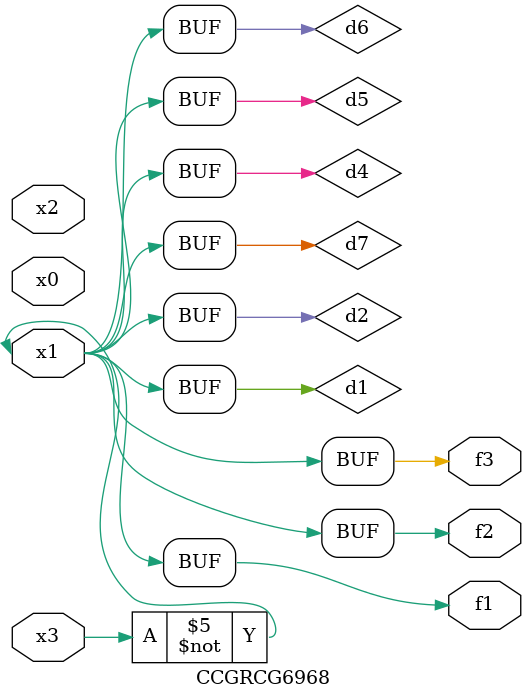
<source format=v>
module CCGRCG6968(
	input x0, x1, x2, x3,
	output f1, f2, f3
);

	wire d1, d2, d3, d4, d5, d6, d7;

	not (d1, x3);
	buf (d2, x1);
	xnor (d3, d1, d2);
	nor (d4, d1);
	buf (d5, d1, d2);
	buf (d6, d4, d5);
	nand (d7, d4);
	assign f1 = d6;
	assign f2 = d7;
	assign f3 = d6;
endmodule

</source>
